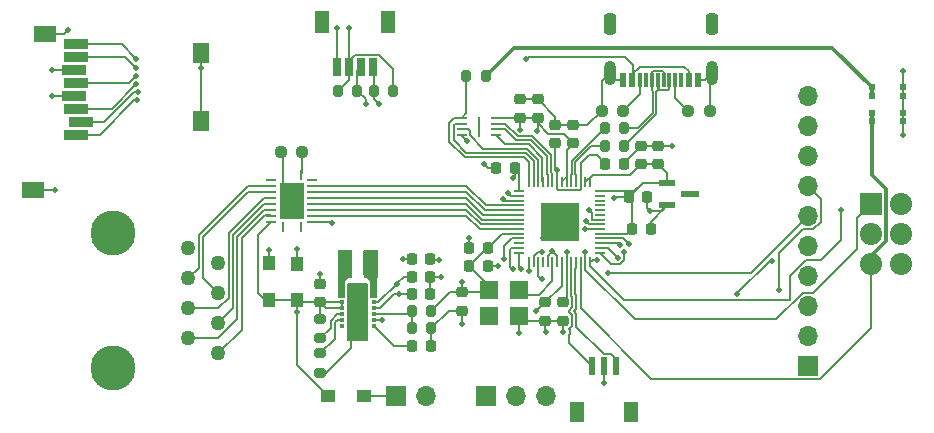
<source format=gbr>
%TF.GenerationSoftware,KiCad,Pcbnew,8.0.2*%
%TF.CreationDate,2024-06-01T22:09:34-05:00*%
%TF.ProjectId,GP2040-RE,47503230-3430-42d5-9245-2e6b69636164,rev?*%
%TF.SameCoordinates,Original*%
%TF.FileFunction,Copper,L1,Top*%
%TF.FilePolarity,Positive*%
%FSLAX46Y46*%
G04 Gerber Fmt 4.6, Leading zero omitted, Abs format (unit mm)*
G04 Created by KiCad (PCBNEW 8.0.2) date 2024-06-01 22:09:34*
%MOMM*%
%LPD*%
G01*
G04 APERTURE LIST*
G04 Aperture macros list*
%AMRoundRect*
0 Rectangle with rounded corners*
0 $1 Rounding radius*
0 $2 $3 $4 $5 $6 $7 $8 $9 X,Y pos of 4 corners*
0 Add a 4 corners polygon primitive as box body*
4,1,4,$2,$3,$4,$5,$6,$7,$8,$9,$2,$3,0*
0 Add four circle primitives for the rounded corners*
1,1,$1+$1,$2,$3*
1,1,$1+$1,$4,$5*
1,1,$1+$1,$6,$7*
1,1,$1+$1,$8,$9*
0 Add four rect primitives between the rounded corners*
20,1,$1+$1,$2,$3,$4,$5,0*
20,1,$1+$1,$4,$5,$6,$7,0*
20,1,$1+$1,$6,$7,$8,$9,0*
20,1,$1+$1,$8,$9,$2,$3,0*%
G04 Aperture macros list end*
%TA.AperFunction,Conductor*%
%ADD10C,0.200000*%
%TD*%
%TA.AperFunction,EtchedComponent*%
%ADD11C,0.000000*%
%TD*%
%TA.AperFunction,SMDPad,CuDef*%
%ADD12RoundRect,0.225000X-0.225000X-0.250000X0.225000X-0.250000X0.225000X0.250000X-0.225000X0.250000X0*%
%TD*%
%TA.AperFunction,SMDPad,CuDef*%
%ADD13R,1.397000X1.803400*%
%TD*%
%TA.AperFunction,SMDPad,CuDef*%
%ADD14R,1.905000X1.397000*%
%TD*%
%TA.AperFunction,SMDPad,CuDef*%
%ADD15R,2.006600X0.812800*%
%TD*%
%TA.AperFunction,SMDPad,CuDef*%
%ADD16RoundRect,0.200000X-0.200000X-0.275000X0.200000X-0.275000X0.200000X0.275000X-0.200000X0.275000X0*%
%TD*%
%TA.AperFunction,ComponentPad*%
%ADD17R,1.700000X1.700000*%
%TD*%
%TA.AperFunction,ComponentPad*%
%ADD18O,1.700000X1.700000*%
%TD*%
%TA.AperFunction,SMDPad,CuDef*%
%ADD19RoundRect,0.200000X-0.275000X0.200000X-0.275000X-0.200000X0.275000X-0.200000X0.275000X0.200000X0*%
%TD*%
%TA.AperFunction,SMDPad,CuDef*%
%ADD20RoundRect,0.225000X0.250000X-0.225000X0.250000X0.225000X-0.250000X0.225000X-0.250000X-0.225000X0*%
%TD*%
%TA.AperFunction,SMDPad,CuDef*%
%ADD21RoundRect,0.237500X0.250000X0.237500X-0.250000X0.237500X-0.250000X-0.237500X0.250000X-0.237500X0*%
%TD*%
%TA.AperFunction,SMDPad,CuDef*%
%ADD22RoundRect,0.200000X0.200000X0.275000X-0.200000X0.275000X-0.200000X-0.275000X0.200000X-0.275000X0*%
%TD*%
%TA.AperFunction,SMDPad,CuDef*%
%ADD23RoundRect,0.225000X-0.250000X0.225000X-0.250000X-0.225000X0.250000X-0.225000X0.250000X0.225000X0*%
%TD*%
%TA.AperFunction,SMDPad,CuDef*%
%ADD24R,1.143000X1.092200*%
%TD*%
%TA.AperFunction,SMDPad,CuDef*%
%ADD25RoundRect,0.225000X0.225000X0.250000X-0.225000X0.250000X-0.225000X-0.250000X0.225000X-0.250000X0*%
%TD*%
%TA.AperFunction,SMDPad,CuDef*%
%ADD26RoundRect,0.237500X-0.250000X-0.237500X0.250000X-0.237500X0.250000X0.237500X-0.250000X0.237500X0*%
%TD*%
%TA.AperFunction,SMDPad,CuDef*%
%ADD27R,0.600000X1.150000*%
%TD*%
%TA.AperFunction,SMDPad,CuDef*%
%ADD28R,0.300000X1.150000*%
%TD*%
%TA.AperFunction,ComponentPad*%
%ADD29O,1.000000X2.100000*%
%TD*%
%TA.AperFunction,ComponentPad*%
%ADD30RoundRect,0.250000X0.250000X0.650000X-0.250000X0.650000X-0.250000X-0.650000X0.250000X-0.650000X0*%
%TD*%
%TA.AperFunction,SMDPad,CuDef*%
%ADD31R,0.812800X0.177800*%
%TD*%
%TA.AperFunction,SMDPad,CuDef*%
%ADD32R,0.177800X0.812800*%
%TD*%
%TA.AperFunction,SMDPad,CuDef*%
%ADD33R,3.200400X3.200400*%
%TD*%
%TA.AperFunction,SMDPad,CuDef*%
%ADD34R,1.092200X1.143000*%
%TD*%
%TA.AperFunction,SMDPad,CuDef*%
%ADD35R,0.812800X0.254000*%
%TD*%
%TA.AperFunction,SMDPad,CuDef*%
%ADD36R,0.254000X1.651000*%
%TD*%
%TA.AperFunction,SMDPad,CuDef*%
%ADD37R,0.457200X0.304800*%
%TD*%
%TA.AperFunction,SMDPad,CuDef*%
%ADD38R,1.625600X2.895600*%
%TD*%
%TA.AperFunction,SMDPad,CuDef*%
%ADD39R,0.660400X1.549400*%
%TD*%
%TA.AperFunction,SMDPad,CuDef*%
%ADD40R,1.295400X1.905000*%
%TD*%
%TA.AperFunction,SMDPad,CuDef*%
%ADD41R,1.205600X2.362200*%
%TD*%
%TA.AperFunction,ComponentPad*%
%ADD42C,1.270000*%
%TD*%
%TA.AperFunction,ComponentPad*%
%ADD43C,3.810000*%
%TD*%
%TA.AperFunction,SMDPad,CuDef*%
%ADD44R,1.500000X1.600000*%
%TD*%
%TA.AperFunction,SMDPad,CuDef*%
%ADD45R,0.280000X0.850000*%
%TD*%
%TA.AperFunction,SMDPad,CuDef*%
%ADD46R,0.850000X0.280000*%
%TD*%
%TA.AperFunction,HeatsinkPad*%
%ADD47R,2.050000X3.049999*%
%TD*%
%TA.AperFunction,SMDPad,CuDef*%
%ADD48R,0.600000X1.550000*%
%TD*%
%TA.AperFunction,SMDPad,CuDef*%
%ADD49R,1.200000X1.800000*%
%TD*%
%TA.AperFunction,ComponentPad*%
%ADD50R,1.875000X1.875000*%
%TD*%
%TA.AperFunction,ComponentPad*%
%ADD51C,1.875000*%
%TD*%
%TA.AperFunction,SMDPad,CuDef*%
%ADD52R,0.550000X0.550000*%
%TD*%
%TA.AperFunction,SMDPad,CuDef*%
%ADD53R,1.320800X0.558800*%
%TD*%
%TA.AperFunction,SMDPad,CuDef*%
%ADD54R,1.587500X0.558800*%
%TD*%
%TA.AperFunction,SMDPad,CuDef*%
%ADD55RoundRect,0.200000X0.275000X-0.200000X0.275000X0.200000X-0.275000X0.200000X-0.275000X-0.200000X0*%
%TD*%
%TA.AperFunction,ViaPad*%
%ADD56C,0.508000*%
%TD*%
%TA.AperFunction,Conductor*%
%ADD57C,0.177800*%
%TD*%
%TA.AperFunction,Conductor*%
%ADD58C,0.127000*%
%TD*%
%TA.AperFunction,Conductor*%
%ADD59C,0.300000*%
%TD*%
G04 APERTURE END LIST*
D10*
%TO.N,Net-(L1-Pad2)*%
X108260000Y-91500000D02*
X107650000Y-92110000D01*
X107640000Y-93420000D01*
X107230000Y-93420000D01*
X107230000Y-89510000D01*
X107250000Y-89490000D01*
X108260000Y-89490000D01*
X108260000Y-91500000D01*
%TA.AperFunction,Conductor*%
G36*
X108260000Y-91500000D02*
G01*
X107650000Y-92110000D01*
X107640000Y-93420000D01*
X107230000Y-93420000D01*
X107230000Y-89510000D01*
X107250000Y-89490000D01*
X108260000Y-89490000D01*
X108260000Y-91500000D01*
G37*
%TD.AperFunction*%
%TO.N,Net-(L1-Pad1)*%
X110370000Y-89510000D02*
X110370000Y-93420000D01*
X109960000Y-93420000D01*
X109950000Y-92110000D01*
X109340000Y-91500000D01*
X109340000Y-89490000D01*
X110350000Y-89490000D01*
X110370000Y-89510000D01*
%TA.AperFunction,Conductor*%
G36*
X110370000Y-89510000D02*
G01*
X110370000Y-93420000D01*
X109960000Y-93420000D01*
X109950000Y-92110000D01*
X109340000Y-91500000D01*
X109340000Y-89490000D01*
X110350000Y-89490000D01*
X110370000Y-89510000D01*
G37*
%TD.AperFunction*%
%TO.N,GND*%
X108012811Y-92282608D02*
X109620000Y-92282608D01*
X109620000Y-97029797D01*
X108012811Y-97029797D01*
X108012811Y-92282608D01*
%TA.AperFunction,Conductor*%
G36*
X108012811Y-92282608D02*
G01*
X109620000Y-92282608D01*
X109620000Y-97029797D01*
X108012811Y-97029797D01*
X108012811Y-92282608D01*
G37*
%TD.AperFunction*%
D11*
%TA.AperFunction,EtchedComponent*%
%TD*%
%TO.C,U4*%
G36*
X108266811Y-92892208D02*
G01*
X108472937Y-92892208D01*
X108472937Y-92282608D01*
X108726937Y-92282608D01*
X108726937Y-92892208D01*
X108933063Y-92892208D01*
X108933063Y-92282608D01*
X109187063Y-92282608D01*
X109187063Y-92892208D01*
X109393189Y-92892208D01*
X109393189Y-92282608D01*
X109647189Y-92282608D01*
X109647189Y-92892208D01*
X109642800Y-92892200D01*
X109642800Y-95787800D01*
X109647189Y-95787792D01*
X109647189Y-96397392D01*
X109393189Y-96397392D01*
X109393189Y-95787792D01*
X109187063Y-95787792D01*
X109187063Y-96397392D01*
X108933063Y-96397392D01*
X108933063Y-95787792D01*
X108726937Y-95787792D01*
X108726937Y-96397392D01*
X108472937Y-96397392D01*
X108472937Y-95787792D01*
X108266811Y-95787792D01*
X108266811Y-96397392D01*
X108012811Y-96397392D01*
X108012811Y-95787792D01*
X108017200Y-95787800D01*
X108017200Y-92892200D01*
X108012811Y-92892208D01*
X108012811Y-92282608D01*
X108266811Y-92282608D01*
X108266811Y-92892208D01*
G37*
%TD.AperFunction*%
D12*
%TO.P,C7,1*%
%TO.N,+3.3V*%
X131785000Y-84920000D03*
%TO.P,C7,2*%
%TO.N,GND*%
X133335000Y-84920000D03*
%TD*%
D13*
%TO.P,J6,9,CARD_DETECT*%
%TO.N,/CD_gpio*%
X95504000Y-72785999D03*
%TO.P,J6,10,CARD_DETECT*%
X95504000Y-78486000D03*
D14*
%TO.P,J6,11,GROUND*%
%TO.N,GND*%
X82353998Y-71185999D03*
%TO.P,J6,12,GROUND*%
X81353998Y-84336001D03*
D15*
%TO.P,J6,P1,DAT2*%
%TO.N,/D2_gpio*%
X84953998Y-79676000D03*
%TO.P,J6,P2,CD/DAT3*%
%TO.N,/D3_gpio*%
X85353997Y-78575926D03*
%TO.P,J6,P3,CMD*%
%TO.N,/CMD_gpio*%
X84953998Y-77476000D03*
%TO.P,J6,P4,VDD*%
%TO.N,+3.3V*%
X84753998Y-76375999D03*
%TO.P,J6,P5,CLK*%
%TO.N,/CLK_gpio*%
X84953998Y-75275999D03*
%TO.P,J6,P6,VSS*%
%TO.N,GND*%
X84753998Y-74175999D03*
%TO.P,J6,P7,DAT0*%
%TO.N,/D0_gpio*%
X84953998Y-73075998D03*
%TO.P,J6,P8,DAT1*%
%TO.N,/D1_gpio*%
X84953998Y-71975998D03*
%TD*%
D16*
%TO.P,R13,1*%
%TO.N,/-*%
X129715000Y-80664000D03*
%TO.P,R13,2*%
%TO.N,/D-*%
X131365000Y-80664000D03*
%TD*%
D17*
%TO.P,J5,1,Pin_1*%
%TO.N,/UART_RX*%
X119675000Y-101798000D03*
D18*
%TO.P,J5,2,Pin_2*%
%TO.N,/UART_TX*%
X122215000Y-101798000D03*
%TO.P,J5,3,Pin_3*%
%TO.N,GND*%
X124755000Y-101798000D03*
%TD*%
D19*
%TO.P,R6,1*%
%TO.N,Net-(U4-PS{slash}SYNC)*%
X105650000Y-98205000D03*
%TO.P,R6,2*%
%TO.N,GND*%
X105650000Y-99855000D03*
%TD*%
D20*
%TO.P,C11,1*%
%TO.N,+1V1*%
X125530000Y-80415000D03*
%TO.P,C11,2*%
%TO.N,GND*%
X125530000Y-78865000D03*
%TD*%
%TO.P,C18,1*%
%TO.N,/InputVoltage*%
X105650000Y-93838400D03*
%TO.P,C18,2*%
%TO.N,GND*%
X105650000Y-92288400D03*
%TD*%
D12*
%TO.P,C17,1*%
%TO.N,+3.3V*%
X113415000Y-91690000D03*
%TO.P,C17,2*%
%TO.N,GND*%
X114965000Y-91690000D03*
%TD*%
D20*
%TO.P,C10,1*%
%TO.N,+3.3V*%
X127054000Y-80415000D03*
%TO.P,C10,2*%
%TO.N,GND*%
X127054000Y-78865000D03*
%TD*%
D21*
%TO.P,R14,1*%
%TO.N,Net-(U3-OE)*%
X104102500Y-81150000D03*
%TO.P,R14,2*%
%TO.N,GND*%
X102277500Y-81150000D03*
%TD*%
D22*
%TO.P,R8,1*%
%TO.N,+3.3V*%
X115015000Y-94620000D03*
%TO.P,R8,2*%
%TO.N,Net-(U4-FB)*%
X113365000Y-94620000D03*
%TD*%
D16*
%TO.P,R12,1*%
%TO.N,/+*%
X129715000Y-79140000D03*
%TO.P,R12,2*%
%TO.N,/D+*%
X131365000Y-79140000D03*
%TD*%
D20*
%TO.P,C1,1*%
%TO.N,+3.3V*%
X122570000Y-78235000D03*
%TO.P,C1,2*%
%TO.N,GND*%
X122570000Y-76685000D03*
%TD*%
D23*
%TO.P,C9,1*%
%TO.N,+1V1*%
X126220000Y-93865000D03*
%TO.P,C9,2*%
%TO.N,GND*%
X126220000Y-95415000D03*
%TD*%
D12*
%TO.P,C15,1*%
%TO.N,Net-(U4-VINA)*%
X113425000Y-97540000D03*
%TO.P,C15,2*%
%TO.N,GND*%
X114975000Y-97540000D03*
%TD*%
D23*
%TO.P,C8,1*%
%TO.N,+3.3V*%
X124700000Y-93865000D03*
%TO.P,C8,2*%
%TO.N,GND*%
X124700000Y-95415000D03*
%TD*%
D24*
%TO.P,D5,1*%
%TO.N,/InputVoltage*%
X106283300Y-101798000D03*
%TO.P,D5,2*%
%TO.N,VCC*%
X109356700Y-101798000D03*
%TD*%
D25*
%TO.P,C4,1*%
%TO.N,+3.3V*%
X122095000Y-82480000D03*
%TO.P,C4,2*%
%TO.N,GND*%
X120545000Y-82480000D03*
%TD*%
D23*
%TO.P,C3,1*%
%TO.N,+3.3V*%
X117630000Y-93038000D03*
%TO.P,C3,2*%
%TO.N,GND*%
X117630000Y-94588000D03*
%TD*%
D26*
%TO.P,R5,1*%
%TO.N,GND*%
X129457500Y-77650000D03*
%TO.P,R5,2*%
%TO.N,Net-(J4-CC2)*%
X131282500Y-77650000D03*
%TD*%
D20*
%TO.P,C14,1*%
%TO.N,+3.3V*%
X132750000Y-82165000D03*
%TO.P,C14,2*%
%TO.N,GND*%
X132750000Y-80615000D03*
%TD*%
D12*
%TO.P,C16,1*%
%TO.N,+3.3V*%
X113415000Y-93150000D03*
%TO.P,C16,2*%
%TO.N,GND*%
X114965000Y-93150000D03*
%TD*%
D27*
%TO.P,J4,A1_B12,GND*%
%TO.N,GND*%
X137650000Y-75075000D03*
%TO.P,J4,A4_B9,VBUS*%
%TO.N,VBUS*%
X136850000Y-75075000D03*
D28*
%TO.P,J4,A5,CC1*%
%TO.N,Net-(J4-CC1)*%
X135700000Y-75075000D03*
%TO.P,J4,A6,DP1*%
%TO.N,/D+*%
X134700000Y-75075000D03*
%TO.P,J4,A7,DN1*%
%TO.N,/D-*%
X134200000Y-75075000D03*
%TO.P,J4,A8,SBU1*%
%TO.N,unconnected-(J4-SBU1-PadA8)*%
X133200000Y-75075000D03*
D27*
%TO.P,J4,B1_A12,GND*%
%TO.N,GND*%
X131250000Y-75075000D03*
%TO.P,J4,B4_A9,VBUS*%
%TO.N,VBUS*%
X132050000Y-75075000D03*
D28*
%TO.P,J4,B5,CC2*%
%TO.N,Net-(J4-CC2)*%
X132700000Y-75075000D03*
%TO.P,J4,B6,DP2*%
%TO.N,/D+*%
X133700000Y-75075000D03*
%TO.P,J4,B7,DN2*%
%TO.N,/D-*%
X135200000Y-75075000D03*
%TO.P,J4,B8,SBU2*%
%TO.N,unconnected-(J4-SBU2-PadB8)*%
X136200000Y-75075000D03*
D29*
%TO.P,J4,SH1,SHELL_GND*%
%TO.N,GND*%
X138770000Y-74500000D03*
%TO.P,J4,SH2,SHELL_GND*%
X130130000Y-74500000D03*
D30*
%TO.P,J4,SH3,SHELL_GND*%
X138770000Y-70320000D03*
%TO.P,J4,SH4,SHELL_GND*%
X130130000Y-70320000D03*
%TD*%
D17*
%TO.P,J9,1,Pin_1*%
%TO.N,VCC*%
X112088000Y-101798000D03*
D18*
%TO.P,J9,2,Pin_2*%
%TO.N,GND*%
X114628000Y-101798000D03*
%TD*%
D31*
%TO.P,U1,1,IOVDD*%
%TO.N,+3.3V*%
X122486400Y-84470000D03*
%TO.P,U1,2,GPIO0*%
%TO.N,/UART_TX*%
X122486400Y-84869999D03*
%TO.P,U1,3,GPIO1*%
%TO.N,/UART_RX*%
X122486400Y-85270001D03*
%TO.P,U1,4,GPIO2*%
%TO.N,/3v3GreenStripe*%
X122486400Y-85670000D03*
%TO.P,U1,5,GPIO3*%
%TO.N,/3v3BlueSolid*%
X122486400Y-86069999D03*
%TO.P,U1,6,GPIO4*%
%TO.N,/3v3BlueStripe*%
X122486400Y-86470001D03*
%TO.P,U1,7,GPIO5*%
%TO.N,/3v3GreenSolid*%
X122486400Y-86870000D03*
%TO.P,U1,8,GPIO6*%
%TO.N,/3v3BrownStripe*%
X122486400Y-87270000D03*
%TO.P,U1,9,GPIO7*%
%TO.N,/3v3BrownSolid*%
X122486400Y-87669999D03*
%TO.P,U1,10,IOVDD*%
%TO.N,+3.3V*%
X122486400Y-88070001D03*
%TO.P,U1,11,GPIO8*%
%TO.N,/SPI1_RX_MISO*%
X122486400Y-88470000D03*
%TO.P,U1,12,GPIO9*%
%TO.N,unconnected-(U1-GPIO9-Pad12)*%
X122486400Y-88869999D03*
%TO.P,U1,13,GPIO10*%
%TO.N,/SPI1_SCK*%
X122486400Y-89270001D03*
%TO.P,U1,14,GPIO11*%
%TO.N,/SPI1_TX_MOSI*%
X122486400Y-89670000D03*
D32*
%TO.P,U1,15,GPIO12*%
%TO.N,/Data_Command*%
X123290000Y-90473600D03*
%TO.P,U1,16,GPIO13*%
%TO.N,/RESET*%
X123689999Y-90473600D03*
%TO.P,U1,17,GPIO14*%
%TO.N,/OCS*%
X124090001Y-90473600D03*
%TO.P,U1,18,GPIO15*%
%TO.N,unconnected-(U1-GPIO15-Pad18)*%
X124490000Y-90473600D03*
%TO.P,U1,19,TESTEN*%
%TO.N,GND*%
X124889999Y-90473600D03*
%TO.P,U1,20,XIN*%
%TO.N,/XIN*%
X125290001Y-90473600D03*
%TO.P,U1,21,XOUT*%
%TO.N,GND*%
X125690000Y-90473600D03*
%TO.P,U1,22,IOVDD*%
%TO.N,+3.3V*%
X126090000Y-90473600D03*
%TO.P,U1,23,DVDD*%
%TO.N,+1V1*%
X126489999Y-90473600D03*
%TO.P,U1,24,SWCLK*%
%TO.N,/SWCLK*%
X126890001Y-90473600D03*
%TO.P,U1,25,SWDIO*%
%TO.N,/SWDIO*%
X127290000Y-90473600D03*
%TO.P,U1,26,RUN*%
%TO.N,/RUN*%
X127689999Y-90473600D03*
%TO.P,U1,27,GPIO16*%
%TO.N,/SDA_0*%
X128090001Y-90473600D03*
%TO.P,U1,28,GPIO17*%
%TO.N,/SCL_0*%
X128490000Y-90473600D03*
D31*
%TO.P,U1,29,GPIO18*%
%TO.N,/CLK_gpio*%
X129293600Y-89670000D03*
%TO.P,U1,30,GPIO19*%
%TO.N,/CMD_gpio*%
X129293600Y-89270001D03*
%TO.P,U1,31,GPIO20*%
%TO.N,/D0_gpio*%
X129293600Y-88869999D03*
%TO.P,U1,32,GPIO21*%
%TO.N,/D1_gpio*%
X129293600Y-88470000D03*
%TO.P,U1,33,IOVDD*%
%TO.N,+3.3V*%
X129293600Y-88070001D03*
%TO.P,U1,34,GPIO22*%
%TO.N,/D2_gpio*%
X129293600Y-87669999D03*
%TO.P,U1,35,GPIO23*%
%TO.N,/D3_gpio*%
X129293600Y-87270000D03*
%TO.P,U1,36,GPIO24*%
%TO.N,/CD_gpio*%
X129293600Y-86870000D03*
%TO.P,U1,37,GPIO25*%
%TO.N,unconnected-(U1-GPIO25-Pad37)*%
X129293600Y-86470001D03*
%TO.P,U1,38,GPIO26/ADC0*%
%TO.N,/SDA_1*%
X129293600Y-86069999D03*
%TO.P,U1,39,GPIO27/ADC1*%
%TO.N,/SCL_1*%
X129293600Y-85670000D03*
%TO.P,U1,40,GPIO28/ADC2*%
%TO.N,unconnected-(U1-GPIO28{slash}ADC2-Pad40)*%
X129293600Y-85270001D03*
%TO.P,U1,41,GPIO29/ADC3*%
%TO.N,unconnected-(U1-GPIO29{slash}ADC3-Pad41)*%
X129293600Y-84869999D03*
%TO.P,U1,42,IOVDD*%
%TO.N,+3.3V*%
X129293600Y-84470000D03*
D32*
%TO.P,U1,43,ADC_AVDD*%
X128490000Y-83666400D03*
%TO.P,U1,44,VREG_VIN*%
X128090001Y-83666400D03*
%TO.P,U1,45,VREG_VOUT*%
%TO.N,+1V1*%
X127689999Y-83666400D03*
%TO.P,U1,46,USB_DM*%
%TO.N,/-*%
X127290000Y-83666400D03*
%TO.P,U1,47,USB_DP*%
%TO.N,/+*%
X126890001Y-83666400D03*
%TO.P,U1,48,USB_VDD*%
%TO.N,+3.3V*%
X126489999Y-83666400D03*
%TO.P,U1,49,IOVDD*%
X126090000Y-83666400D03*
%TO.P,U1,50,DVDD*%
%TO.N,+1V1*%
X125690000Y-83666400D03*
%TO.P,U1,51,SQPI_SD3*%
%TO.N,/QSPI_SD3*%
X125290001Y-83666400D03*
%TO.P,U1,52,SQPI_SCLK*%
%TO.N,/QSPI_SCLK*%
X124889999Y-83666400D03*
%TO.P,U1,53,SQPI_SD0*%
%TO.N,/QSPI_SD0*%
X124490000Y-83666400D03*
%TO.P,U1,54,SQPI_SD2*%
%TO.N,/QSPI_SD2*%
X124090001Y-83666400D03*
%TO.P,U1,55,SQPI_SD1*%
%TO.N,/QSPI_SD1*%
X123689999Y-83666400D03*
%TO.P,U1,56,SQPI_SS_N*%
%TO.N,/QSPI_SS*%
X123290000Y-83666400D03*
D33*
%TO.P,U1,57,GND*%
%TO.N,GND*%
X125890000Y-87070000D03*
%TD*%
D16*
%TO.P,R9,1*%
%TO.N,Net-(U4-FB)*%
X113375000Y-96080000D03*
%TO.P,R9,2*%
%TO.N,GND*%
X115025000Y-96080000D03*
%TD*%
D34*
%TO.P,D4,1*%
%TO.N,/InputVoltage*%
X103650000Y-93666700D03*
%TO.P,D4,2*%
%TO.N,VBUS*%
X103650000Y-90593300D03*
%TD*%
D25*
%TO.P,C5,1*%
%TO.N,+3.3V*%
X119812000Y-89290000D03*
%TO.P,C5,2*%
%TO.N,GND*%
X118262000Y-89290000D03*
%TD*%
D17*
%TO.P,J8,1,Pin_1*%
%TO.N,GND*%
X146930000Y-99290000D03*
D18*
%TO.P,J8,2,Pin_2*%
%TO.N,+3.3V*%
X146930000Y-96750000D03*
%TO.P,J8,3,Pin_3*%
%TO.N,unconnected-(J8-Pin_3-Pad3)*%
X146930000Y-94210000D03*
%TO.P,J8,4,Pin_4*%
%TO.N,/OCS*%
X146930000Y-91670000D03*
%TO.P,J8,5,Pin_5*%
%TO.N,/RESET*%
X146930000Y-89130000D03*
%TO.P,J8,6,Pin_6*%
%TO.N,/Data_Command*%
X146930000Y-86590000D03*
%TO.P,J8,7,Pin_7*%
%TO.N,/SPI1_SCK*%
X146930000Y-84050000D03*
%TO.P,J8,8,Pin_8*%
%TO.N,/SPI1_TX_MOSI*%
X146930000Y-81510000D03*
%TO.P,J8,9,Pin_9*%
%TO.N,/SPI1_RX_MISO*%
X146930000Y-78970000D03*
%TO.P,J8,10,Pin_10*%
%TO.N,unconnected-(J8-Pin_10-Pad10)*%
X146930000Y-76430000D03*
%TD*%
D22*
%TO.P,R3,1*%
%TO.N,/SCL_0*%
X108775000Y-75946000D03*
%TO.P,R3,2*%
%TO.N,+3.3V*%
X107125000Y-75946000D03*
%TD*%
D35*
%TO.P,U2,1,~{CS}*%
%TO.N,/QSPI_SS*%
X117602200Y-78239999D03*
%TO.P,U2,2,DO(IO1)*%
%TO.N,/QSPI_SD1*%
X117602200Y-78740000D03*
%TO.P,U2,3,IO2*%
%TO.N,/QSPI_SD2*%
X117602200Y-79240000D03*
%TO.P,U2,4,GND*%
%TO.N,GND*%
X117602200Y-79740001D03*
%TO.P,U2,5,DI(IO0)*%
%TO.N,/QSPI_SD0*%
X120497800Y-79740001D03*
%TO.P,U2,6,CLK*%
%TO.N,/QSPI_SCLK*%
X120497800Y-79240000D03*
%TO.P,U2,7,IO3*%
%TO.N,/QSPI_SD3*%
X120497800Y-78740000D03*
%TO.P,U2,8,VCC*%
%TO.N,+3.3V*%
X120497800Y-78239999D03*
D36*
%TO.P,U2,9*%
%TO.N,N/C*%
X119050000Y-78990000D03*
%TD*%
D12*
%TO.P,C12,1*%
%TO.N,+1V1*%
X129765000Y-82160000D03*
%TO.P,C12,2*%
%TO.N,GND*%
X131315000Y-82160000D03*
%TD*%
D37*
%TO.P,U4,1,VINA*%
%TO.N,Net-(U4-VINA)*%
X110155001Y-95840378D03*
%TO.P,U4,2,GND*%
%TO.N,GND*%
X110155001Y-95340252D03*
%TO.P,U4,3,FB*%
%TO.N,Net-(U4-FB)*%
X110155001Y-94840126D03*
%TO.P,U4,4,VOUT*%
%TO.N,+3.3V*%
X110155001Y-94340000D03*
%TO.P,U4,5,VOUT*%
X110155001Y-93839874D03*
%TO.P,U4,6,LX2*%
%TO.N,Net-(L1-Pad1)*%
X110155001Y-93339748D03*
%TO.P,U4,7,LX2*%
X110155001Y-92839622D03*
%TO.P,U4,8,LX1*%
%TO.N,Net-(L1-Pad2)*%
X107504999Y-92839622D03*
%TO.P,U4,9,LX1*%
X107504999Y-93339748D03*
%TO.P,U4,10,VIN*%
%TO.N,/InputVoltage*%
X107504999Y-93839874D03*
%TO.P,U4,11,VIN*%
X107504999Y-94340000D03*
%TO.P,U4,12,EN*%
%TO.N,Net-(U4-EN)*%
X107504999Y-94840126D03*
%TO.P,U4,13,PS/SYNC*%
%TO.N,Net-(U4-PS{slash}SYNC)*%
X107504999Y-95340252D03*
%TO.P,U4,14,PGOOD*%
%TO.N,unconnected-(U4-PGOOD-Pad14)*%
X107504999Y-95840378D03*
D38*
%TO.P,U4,15,PGND*%
%TO.N,GND*%
X108830000Y-94340000D03*
%TD*%
D12*
%TO.P,C19,1*%
%TO.N,GND*%
X113415000Y-90230000D03*
%TO.P,C19,2*%
%TO.N,/InputVoltage*%
X114965000Y-90230000D03*
%TD*%
D39*
%TO.P,J1,1,1*%
%TO.N,/SDA_0*%
X110056250Y-73980500D03*
%TO.P,J1,2,2*%
%TO.N,/SCL_0*%
X109056249Y-73980500D03*
%TO.P,J1,3,3*%
%TO.N,+3.3V*%
X108056251Y-73980500D03*
%TO.P,J1,4,4*%
%TO.N,GND*%
X107056250Y-73980500D03*
D40*
%TO.P,J1,5*%
%TO.N,N/C*%
X105756251Y-70105499D03*
%TO.P,J1,6*%
X111356249Y-70105499D03*
%TD*%
D41*
%TO.P,L1,1,1*%
%TO.N,Net-(L1-Pad1)*%
X109929000Y-90600000D03*
%TO.P,L1,2,2*%
%TO.N,Net-(L1-Pad2)*%
X107731000Y-90600000D03*
%TD*%
D16*
%TO.P,R2,1*%
%TO.N,/SDA_0*%
X110173000Y-75946000D03*
%TO.P,R2,2*%
%TO.N,+3.3V*%
X111823000Y-75946000D03*
%TD*%
D22*
%TO.P,R1,1*%
%TO.N,Net-(R1-Pad1)*%
X119625000Y-74750000D03*
%TO.P,R1,2*%
%TO.N,/QSPI_SS*%
X117975000Y-74750000D03*
%TD*%
D12*
%TO.P,C6,1*%
%TO.N,+3.3V*%
X132045000Y-87640000D03*
%TO.P,C6,2*%
%TO.N,GND*%
X133595000Y-87640000D03*
%TD*%
D42*
%TO.P,J7,1,1*%
%TO.N,GND*%
X94462700Y-89293700D03*
%TO.P,J7,2,2*%
%TO.N,/OrangeSolid*%
X97002700Y-90563700D03*
%TO.P,J7,3,3*%
%TO.N,/GreenStripe*%
X94462700Y-91833700D03*
%TO.P,J7,4,4*%
%TO.N,/BlueSolid*%
X97002700Y-93103700D03*
%TO.P,J7,5,5*%
%TO.N,/BlueStripe*%
X94462700Y-94373700D03*
%TO.P,J7,6,6*%
%TO.N,/GreenSolid*%
X97002700Y-95643700D03*
%TO.P,J7,7,7*%
%TO.N,/BrownStripe*%
X94462700Y-96913700D03*
%TO.P,J7,8,8*%
%TO.N,/BrownSolid*%
X97002700Y-98183700D03*
D43*
%TO.P,J7,9*%
%TO.N,N/C*%
X88112700Y-88023700D03*
%TO.P,J7,10*%
X88112700Y-99453700D03*
%TD*%
D20*
%TO.P,C13,1*%
%TO.N,+3.3V*%
X134240000Y-82165000D03*
%TO.P,C13,2*%
%TO.N,GND*%
X134240000Y-80615000D03*
%TD*%
D44*
%TO.P,XTAL1,1,OE/ST/NC*%
%TO.N,unconnected-(XTAL1-OE{slash}ST{slash}NC-Pad1)*%
X119940000Y-95040000D03*
%TO.P,XTAL1,2,GND*%
%TO.N,GND*%
X122480000Y-95040000D03*
%TO.P,XTAL1,3,OUT*%
%TO.N,/XIN*%
X122480000Y-92840000D03*
%TO.P,XTAL1,4,VDD*%
%TO.N,+3.3V*%
X119940000Y-92840000D03*
%TD*%
D45*
%TO.P,U3,1,A1*%
%TO.N,unconnected-(U3-A1-Pad1)*%
X103970001Y-87514999D03*
D46*
%TO.P,U3,2,VCCA*%
%TO.N,+3.3V*%
X104945000Y-87039999D03*
%TO.P,U3,3,A2*%
%TO.N,/3v3BrownSolid*%
X104945000Y-86540000D03*
%TO.P,U3,4,A3*%
%TO.N,/3v3BrownStripe*%
X104945000Y-86040001D03*
%TO.P,U3,5,A4*%
%TO.N,/3v3GreenSolid*%
X104945000Y-85540000D03*
%TO.P,U3,6,A5*%
%TO.N,/3v3BlueStripe*%
X104945000Y-85040000D03*
%TO.P,U3,7,A6*%
%TO.N,/3v3BlueSolid*%
X104945000Y-84539999D03*
%TO.P,U3,8,A7*%
%TO.N,/3v3GreenStripe*%
X104945000Y-84040000D03*
%TO.P,U3,9,A8*%
%TO.N,unconnected-(U3-A8-Pad9)*%
X104945000Y-83540001D03*
D45*
%TO.P,U3,10,OE*%
%TO.N,Net-(U3-OE)*%
X103970001Y-83065001D03*
%TO.P,U3,11,GND*%
%TO.N,GND*%
X102469999Y-83065001D03*
D46*
%TO.P,U3,12,B8*%
%TO.N,unconnected-(U3-B8-Pad12)*%
X101495000Y-83540001D03*
%TO.P,U3,13,B7*%
%TO.N,/GreenStripe*%
X101495000Y-84040000D03*
%TO.P,U3,14,B6*%
%TO.N,/BlueSolid*%
X101495000Y-84539999D03*
%TO.P,U3,15,B5*%
%TO.N,/BlueStripe*%
X101495000Y-85040000D03*
%TO.P,U3,16,B4*%
%TO.N,/GreenSolid*%
X101495000Y-85540000D03*
%TO.P,U3,17,B3*%
%TO.N,/BrownStripe*%
X101495000Y-86040001D03*
%TO.P,U3,18,B2*%
%TO.N,/BrownSolid*%
X101495000Y-86540000D03*
%TO.P,U3,19,VCCB*%
%TO.N,/InputVoltage*%
X101495000Y-87039999D03*
D45*
%TO.P,U3,20,B1*%
%TO.N,unconnected-(U3-B1-Pad20)*%
X102469999Y-87514999D03*
D47*
%TO.P,U3,21,EPAD*%
%TO.N,GND*%
X103220000Y-85290000D03*
%TD*%
D25*
%TO.P,C20,1*%
%TO.N,GND*%
X119810000Y-90788000D03*
%TO.P,C20,2*%
%TO.N,+3.3V*%
X118260000Y-90788000D03*
%TD*%
D48*
%TO.P,J3,1,1*%
%TO.N,/SWCLK*%
X128680000Y-99290000D03*
%TO.P,J3,2,2*%
%TO.N,GND*%
X129680000Y-99290000D03*
%TO.P,J3,3,3*%
%TO.N,/SWDIO*%
X130680000Y-99290000D03*
D49*
%TO.P,J3,S1*%
%TO.N,N/C*%
X127380000Y-103165000D03*
%TO.P,J3,S2*%
X131980000Y-103165000D03*
%TD*%
D50*
%TO.P,J2,1,1*%
%TO.N,/SDA_0*%
X152250000Y-85560000D03*
D51*
%TO.P,J2,2,2*%
%TO.N,/SCL_0*%
X154790000Y-85560000D03*
%TO.P,J2,3,3*%
%TO.N,+3.3V*%
X152250000Y-88100000D03*
%TO.P,J2,4,4*%
%TO.N,GND*%
X154790000Y-88100000D03*
%TO.P,J2,5,5*%
%TO.N,/RUN*%
X152250000Y-90640000D03*
%TO.P,J2,6,6*%
%TO.N,VCC*%
X154790000Y-90640000D03*
%TD*%
D52*
%TO.P,S1,A1*%
%TO.N,GND*%
X154975000Y-76425000D03*
%TO.P,S1,A2*%
X154975000Y-75675000D03*
%TO.P,S1,B1*%
%TO.N,Net-(R1-Pad1)*%
X152325000Y-76425000D03*
%TO.P,S1,B2*%
X152325000Y-75675000D03*
%TD*%
%TO.P,S2,A1*%
%TO.N,GND*%
X154973000Y-78553000D03*
%TO.P,S2,A2*%
X154973000Y-77803000D03*
%TO.P,S2,B1*%
%TO.N,/RUN*%
X152323000Y-78553000D03*
%TO.P,S2,B2*%
X152323000Y-77803000D03*
%TD*%
D53*
%TO.P,R11,1*%
%TO.N,+3.3V*%
X135004000Y-83769999D03*
%TO.P,R11,2*%
%TO.N,GND*%
X135004000Y-85670001D03*
D54*
%TO.P,R11,3*%
%TO.N,N/C*%
X136902650Y-84720000D03*
%TD*%
D20*
%TO.P,C2,1*%
%TO.N,+3.3V*%
X124030000Y-78235000D03*
%TO.P,C2,2*%
%TO.N,GND*%
X124030000Y-76685000D03*
%TD*%
D34*
%TO.P,D3,1*%
%TO.N,/InputVoltage*%
X101320000Y-93656700D03*
%TO.P,D3,2*%
%TO.N,/OrangeSolid*%
X101320000Y-90583300D03*
%TD*%
D55*
%TO.P,R7,1*%
%TO.N,Net-(U4-EN)*%
X105650000Y-96895000D03*
%TO.P,R7,2*%
%TO.N,/InputVoltage*%
X105650000Y-95245000D03*
%TD*%
D26*
%TO.P,R4,1*%
%TO.N,Net-(J4-CC1)*%
X136767500Y-77650000D03*
%TO.P,R4,2*%
%TO.N,GND*%
X138592500Y-77650000D03*
%TD*%
D56*
%TO.N,GND*%
X133560000Y-86130000D03*
X82890000Y-74170000D03*
X120690000Y-90800000D03*
X135430000Y-80630000D03*
X124560000Y-86990000D03*
X102530000Y-86500000D03*
X119480000Y-82130000D03*
X108240000Y-92510000D03*
X124520000Y-88440000D03*
X107030000Y-70629300D03*
X115890000Y-91750000D03*
X110850000Y-95360826D03*
X124540000Y-85720000D03*
X108220000Y-96750000D03*
X103860000Y-86490000D03*
X126220000Y-96380000D03*
X125280000Y-89540000D03*
X154970000Y-74310000D03*
X154980000Y-79710000D03*
X103880000Y-84050000D03*
X102540000Y-84080000D03*
X112600000Y-90230000D03*
X122500000Y-96460000D03*
X117660000Y-95690000D03*
X109400000Y-92480000D03*
X109350000Y-96750000D03*
X118250000Y-88400000D03*
X84310000Y-70820000D03*
X129690000Y-100730000D03*
X105650000Y-91470000D03*
X118030967Y-80193249D03*
X124710000Y-96360000D03*
X83180000Y-84340000D03*
X125280000Y-89540000D03*
%TO.N,+3.3V*%
X121960000Y-83360000D03*
X82940000Y-76370000D03*
X106642841Y-87143541D03*
X112130000Y-92290000D03*
X122570000Y-79270000D03*
X108060000Y-70629300D03*
X117650000Y-92160000D03*
X123900000Y-94630000D03*
X112260000Y-93160000D03*
X130510000Y-85010000D03*
X124000000Y-79340000D03*
%TO.N,+1V1*%
X126490000Y-89610000D03*
X125690000Y-82660000D03*
%TO.N,/InputVoltage*%
X115670000Y-90250000D03*
X103630000Y-94670000D03*
%TO.N,VBUS*%
X103670000Y-89380000D03*
X123040000Y-73250000D03*
%TO.N,/SDA_0*%
X110600000Y-77070000D03*
X128060000Y-89630000D03*
%TO.N,/SCL_0*%
X149720000Y-86090000D03*
X109530000Y-77100000D03*
X129060000Y-90280000D03*
%TO.N,/OrangeSolid*%
X101270000Y-89430000D03*
%TO.N,/D2_gpio*%
X128060000Y-87660000D03*
X90140658Y-76737304D03*
%TO.N,/D0_gpio*%
X131009300Y-89000000D03*
X90008191Y-74020700D03*
%TO.N,/D1_gpio*%
X90070000Y-73240000D03*
X131750000Y-88930000D03*
%TO.N,/CLK_gpio*%
X131330000Y-89610000D03*
X89993765Y-74706350D03*
%TO.N,/D3_gpio*%
X128100000Y-86960000D03*
X90228458Y-76057145D03*
%TO.N,/CMD_gpio*%
X130800000Y-90090000D03*
X90038250Y-75398247D03*
%TO.N,/CD_gpio*%
X95504000Y-74047500D03*
X128392572Y-86098360D03*
%TO.N,/OCS*%
X124380000Y-91921900D03*
%TO.N,/Data_Command*%
X123330000Y-91240000D03*
X129990000Y-91390700D03*
%TO.N,/SPI1_RX_MISO*%
X143920000Y-90349300D03*
X121219300Y-90170000D03*
X140930000Y-93153800D03*
%TO.N,/SPI1_SCK*%
X144480000Y-92798200D03*
X121974635Y-91084477D03*
%TO.N,/SPI1_TX_MOSI*%
X122660000Y-91060000D03*
%TO.N,/RESET*%
X124380000Y-89610000D03*
%TO.N,/UART_TX*%
X121536682Y-84628915D03*
%TO.N,/UART_RX*%
X121090000Y-85149300D03*
%TD*%
D57*
%TO.N,GND*%
X125530000Y-78185000D02*
X125530000Y-78865000D01*
X134240000Y-80615000D02*
X135415000Y-80615000D01*
X82895999Y-74175999D02*
X82890000Y-74170000D01*
X108220000Y-97760000D02*
X108220000Y-96750000D01*
X138592500Y-77650000D02*
X138592500Y-74677500D01*
X126220000Y-95415000D02*
X124700000Y-95415000D01*
X124030000Y-76685000D02*
X125530000Y-78185000D01*
X154975000Y-75675000D02*
X154975000Y-74315000D01*
X107030000Y-70629300D02*
X107056250Y-70655550D01*
X124889999Y-89930001D02*
X125280000Y-89540000D01*
X124700000Y-95415000D02*
X124700000Y-96350000D01*
X114965000Y-91690000D02*
X115830000Y-91690000D01*
X131315000Y-82050000D02*
X132750000Y-80615000D01*
X154973000Y-79703000D02*
X154980000Y-79710000D01*
X117602200Y-79764482D02*
X117602200Y-79740001D01*
X133335000Y-84920000D02*
X133335000Y-85905000D01*
X114975000Y-97540000D02*
X114975000Y-96130000D01*
X132750000Y-80615000D02*
X134240000Y-80615000D01*
X81353998Y-84336001D02*
X83176001Y-84336001D01*
X83944001Y-71185999D02*
X84310000Y-70820000D01*
X102469999Y-84009999D02*
X102540000Y-84080000D01*
X107056250Y-70655550D02*
X107056250Y-73980500D01*
X83176001Y-84336001D02*
X83180000Y-84340000D01*
X102469999Y-81342499D02*
X102277500Y-81150000D01*
X130705000Y-75075000D02*
X130130000Y-74500000D01*
X129457500Y-77650000D02*
X129457500Y-75172500D01*
X122480000Y-96440000D02*
X122500000Y-96460000D01*
X128242500Y-78865000D02*
X129457500Y-77650000D01*
X135004000Y-85670001D02*
X134544001Y-86130000D01*
X126220000Y-95415000D02*
X126220000Y-96380000D01*
X102469999Y-83065001D02*
X102469999Y-84009999D01*
X131315000Y-82160000D02*
X131315000Y-82050000D01*
X116542000Y-94588000D02*
X117630000Y-94588000D01*
X135415000Y-80615000D02*
X135430000Y-80630000D01*
X110829426Y-95340252D02*
X110850000Y-95360826D01*
X154975000Y-74315000D02*
X154970000Y-74310000D01*
X82353998Y-71185999D02*
X83944001Y-71185999D01*
X106125000Y-99855000D02*
X108220000Y-97760000D01*
X124700000Y-95415000D02*
X122855000Y-95415000D01*
X114975000Y-96130000D02*
X115025000Y-96080000D01*
X102540000Y-84080000D02*
X102469999Y-84150001D01*
X134544001Y-86130000D02*
X133560000Y-86130000D01*
X124889999Y-90473600D02*
X124889999Y-89930001D01*
X154973000Y-78553000D02*
X154973000Y-75677000D01*
X118030967Y-80193249D02*
X117602200Y-79764482D01*
X127054000Y-78865000D02*
X128242500Y-78865000D01*
X110155001Y-95340252D02*
X110829426Y-95340252D01*
X118262000Y-89290000D02*
X118262000Y-88412000D01*
X124700000Y-96350000D02*
X124710000Y-96360000D01*
X120545000Y-82480000D02*
X119830000Y-82480000D01*
X102469999Y-84150001D02*
X102469999Y-84539999D01*
X129457500Y-75172500D02*
X130130000Y-74500000D01*
X115830000Y-91690000D02*
X115890000Y-91750000D01*
X119830000Y-82480000D02*
X119480000Y-82130000D01*
X154973000Y-75677000D02*
X154975000Y-75675000D01*
X84753998Y-74175999D02*
X82895999Y-74175999D01*
X117630000Y-95660000D02*
X117660000Y-95690000D01*
X122480000Y-95040000D02*
X122480000Y-96440000D01*
X133595000Y-87640000D02*
X133595000Y-87079001D01*
X114965000Y-93150000D02*
X114965000Y-91690000D01*
X138592500Y-74677500D02*
X138770000Y-74500000D01*
X129680000Y-99290000D02*
X129680000Y-100720000D01*
X131250000Y-75075000D02*
X130705000Y-75075000D01*
X125280000Y-89540000D02*
X125690000Y-89950000D01*
X125690000Y-89950000D02*
X125690000Y-90473600D01*
X115025000Y-96080000D02*
X115050000Y-96080000D01*
X129680000Y-100720000D02*
X129690000Y-100730000D01*
X154973000Y-78553000D02*
X154973000Y-79703000D01*
X137650000Y-75075000D02*
X138195000Y-75075000D01*
X118262000Y-88412000D02*
X118250000Y-88400000D01*
X102469999Y-84539999D02*
X103220000Y-85290000D01*
X122570000Y-76685000D02*
X124030000Y-76685000D01*
X120678000Y-90788000D02*
X120690000Y-90800000D01*
X122855000Y-95415000D02*
X122480000Y-95040000D01*
X133335000Y-85905000D02*
X133560000Y-86130000D01*
X119810000Y-90788000D02*
X120678000Y-90788000D01*
X113415000Y-90230000D02*
X112600000Y-90230000D01*
X138195000Y-75075000D02*
X138770000Y-74500000D01*
X117630000Y-94588000D02*
X117630000Y-95660000D01*
X105650000Y-99855000D02*
X106125000Y-99855000D01*
X105650000Y-92288400D02*
X105650000Y-91470000D01*
X133595000Y-87079001D02*
X135004000Y-85670001D01*
X115050000Y-96080000D02*
X116542000Y-94588000D01*
X125530000Y-78865000D02*
X127054000Y-78865000D01*
X102469999Y-83065001D02*
X102469999Y-81342499D01*
%TO.N,+3.3V*%
X112130000Y-92271275D02*
X112711275Y-91690000D01*
X122095000Y-82480000D02*
X122095000Y-83225000D01*
X131785000Y-84920000D02*
X130600000Y-84920000D01*
X110155001Y-94340000D02*
X110680000Y-94340000D01*
X131335000Y-84470000D02*
X129293600Y-84470000D01*
X126489999Y-83666400D02*
X126489999Y-83230000D01*
X119812000Y-89290000D02*
X119758000Y-89290000D01*
X119758000Y-89290000D02*
X118260000Y-90788000D01*
X132045000Y-85180000D02*
X131785000Y-84920000D01*
X122486400Y-88070001D02*
X121031999Y-88070001D01*
X123900000Y-94630000D02*
X123935000Y-94630000D01*
X134240000Y-82165000D02*
X132750000Y-82165000D01*
X111870000Y-93150000D02*
X112250000Y-93150000D01*
X108060000Y-70629300D02*
X108056251Y-70633049D01*
X124030000Y-78235000D02*
X124030000Y-78685000D01*
X126489999Y-80979001D02*
X127054000Y-80415000D01*
X131785000Y-84920000D02*
X132935001Y-83769999D01*
X131785000Y-84920000D02*
X131335000Y-84470000D01*
X124030000Y-78235000D02*
X124030000Y-79310000D01*
X124935000Y-79590000D02*
X126229000Y-79590000D01*
X115015000Y-94620000D02*
X116597000Y-93038000D01*
X132235000Y-84470000D02*
X129293600Y-84470000D01*
X124030000Y-78685000D02*
X124935000Y-79590000D01*
X135004000Y-82929000D02*
X134240000Y-82165000D01*
X135004000Y-83769999D02*
X135004000Y-82929000D01*
X126090000Y-83629999D02*
X126489999Y-83230000D01*
X132045000Y-87640000D02*
X131614999Y-88070001D01*
X128686401Y-83070000D02*
X128090001Y-83666400D01*
X126489999Y-83230000D02*
X126489999Y-80979001D01*
X108056251Y-70633049D02*
X108056251Y-73980500D01*
X122505000Y-78235000D02*
X122500001Y-78239999D01*
X117630000Y-92180000D02*
X117650000Y-92160000D01*
X112130000Y-92290000D02*
X112130000Y-92271275D01*
X111823000Y-75946000D02*
X111823000Y-74108950D01*
X122486400Y-82871400D02*
X122095000Y-82480000D01*
X130600000Y-84920000D02*
X130510000Y-85010000D01*
X112711275Y-91690000D02*
X113415000Y-91690000D01*
X84753998Y-76375999D02*
X82945999Y-76375999D01*
X108056251Y-73423749D02*
X108056251Y-73980500D01*
X122570000Y-78235000D02*
X122505000Y-78235000D01*
X122486400Y-84470000D02*
X122486400Y-82871400D01*
X124700000Y-93865000D02*
X126090000Y-92475000D01*
X124030000Y-78235000D02*
X122570000Y-78235000D01*
X132750000Y-82165000D02*
X131845000Y-83070000D01*
X110634050Y-72920000D02*
X108560000Y-72920000D01*
X110155001Y-93839874D02*
X110561401Y-93839874D01*
X110680000Y-94340000D02*
X111870000Y-93150000D01*
X112260000Y-93160000D02*
X112270000Y-93150000D01*
X112270000Y-93150000D02*
X113415000Y-93150000D01*
X82945999Y-76375999D02*
X82940000Y-76370000D01*
X104945000Y-87039999D02*
X106539299Y-87039999D01*
X126090000Y-83666400D02*
X126090000Y-83629999D01*
X110561401Y-93839874D02*
X112111275Y-92290000D01*
X124030000Y-79310000D02*
X124000000Y-79340000D01*
X117630000Y-93038000D02*
X117630000Y-92180000D01*
X131614999Y-88070001D02*
X129293600Y-88070001D01*
X107125000Y-75946000D02*
X108056251Y-75014749D01*
X126229000Y-79590000D02*
X127054000Y-80415000D01*
X119742000Y-93038000D02*
X119940000Y-92840000D01*
X121031999Y-88070001D02*
X119812000Y-89290000D01*
X119940000Y-92468000D02*
X118260000Y-90788000D01*
X132045000Y-87640000D02*
X132045000Y-85180000D01*
X108056251Y-75014749D02*
X108056251Y-73980500D01*
X117630000Y-93038000D02*
X119742000Y-93038000D01*
X119940000Y-92840000D02*
X119940000Y-92468000D01*
X112250000Y-93150000D02*
X112260000Y-93160000D01*
X122570000Y-78235000D02*
X122570000Y-79270000D01*
X122095000Y-83225000D02*
X121960000Y-83360000D01*
X123935000Y-94630000D02*
X124700000Y-93865000D01*
X122500001Y-78239999D02*
X120497800Y-78239999D01*
X132935001Y-83769999D02*
X135004000Y-83769999D01*
X112111275Y-92290000D02*
X112130000Y-92290000D01*
X132935001Y-83769999D02*
X132235000Y-84470000D01*
X108560000Y-72920000D02*
X108056251Y-73423749D01*
X116597000Y-93038000D02*
X117630000Y-93038000D01*
X131845000Y-83070000D02*
X128686401Y-83070000D01*
X106539299Y-87039999D02*
X106642841Y-87143541D01*
X111823000Y-74108950D02*
X110634050Y-72920000D01*
X126090000Y-92475000D02*
X126090000Y-90473600D01*
%TO.N,+1V1*%
X128360000Y-81430000D02*
X129035000Y-81430000D01*
X125530000Y-82500000D02*
X125530000Y-80415000D01*
X125734400Y-84339500D02*
X127645600Y-84339500D01*
X127645600Y-84339500D02*
X127689999Y-84295101D01*
X129035000Y-81430000D02*
X129765000Y-82160000D01*
X127689999Y-83666400D02*
X127689999Y-82100001D01*
X126220000Y-93865000D02*
X126489999Y-93595001D01*
X125690000Y-83666400D02*
X125690000Y-84295100D01*
X125690000Y-82660000D02*
X125530000Y-82500000D01*
X126489999Y-93595001D02*
X126489999Y-90473600D01*
X127689999Y-82100001D02*
X128360000Y-81430000D01*
X126489999Y-90473600D02*
X126489999Y-89610001D01*
X125690000Y-84295100D02*
X125734400Y-84339500D01*
X127689999Y-84295101D02*
X127689999Y-83666400D01*
X125690000Y-83666400D02*
X125690000Y-82660000D01*
X126489999Y-89610001D02*
X126490000Y-89610000D01*
%TO.N,Net-(U4-VINA)*%
X113425000Y-97540000D02*
X111854623Y-97540000D01*
X111854623Y-97540000D02*
X110155001Y-95840378D01*
%TO.N,/BrownSolid*%
X98971200Y-96215200D02*
X97002700Y-98183700D01*
X98971200Y-88469682D02*
X98971200Y-96215200D01*
X100994181Y-86446701D02*
X98971200Y-88469682D01*
X101401701Y-86446701D02*
X100994181Y-86446701D01*
X101495000Y-86540000D02*
X101401701Y-86446701D01*
%TO.N,/InputVoltage*%
X103640000Y-93656700D02*
X103650000Y-93666700D01*
X115670000Y-90250000D02*
X114985000Y-90250000D01*
X100380200Y-88154799D02*
X100380200Y-93071224D01*
X103766700Y-93666700D02*
X103938400Y-93838400D01*
X107503525Y-93838400D02*
X107504999Y-93839874D01*
X103650000Y-93666700D02*
X103766700Y-93666700D01*
X105650000Y-93838400D02*
X105650000Y-95245000D01*
X101495000Y-87039999D02*
X100380200Y-88154799D01*
X103630000Y-94670000D02*
X103650000Y-94650000D01*
X101320000Y-93656700D02*
X103640000Y-93656700D01*
X105650000Y-93838400D02*
X107503525Y-93838400D01*
X100975676Y-93666700D02*
X103650000Y-93666700D01*
X103938400Y-93838400D02*
X105650000Y-93838400D01*
X107504999Y-94340000D02*
X106151600Y-94340000D01*
X103650000Y-94690000D02*
X103630000Y-94670000D01*
X114985000Y-90250000D02*
X114965000Y-90230000D01*
X107504999Y-93839874D02*
X107504999Y-94340000D01*
X106283300Y-101798000D02*
X103650000Y-99164700D01*
X106151600Y-94340000D02*
X105650000Y-93838400D01*
X103650000Y-94650000D02*
X103650000Y-93666700D01*
X100380200Y-93071224D02*
X100975676Y-93666700D01*
X103650000Y-99164700D02*
X103650000Y-94690000D01*
%TO.N,VBUS*%
X136850000Y-74322200D02*
X136456300Y-73928500D01*
X132100900Y-73770900D02*
X132100900Y-75024100D01*
X103670000Y-89380000D02*
X103670000Y-90573300D01*
X103670000Y-90573300D02*
X103650000Y-90593300D01*
X123220000Y-73070000D02*
X131400000Y-73070000D01*
X131400000Y-73070000D02*
X132100900Y-73770900D01*
X123040000Y-73250000D02*
X123220000Y-73070000D01*
X136850000Y-75075000D02*
X136850000Y-74322200D01*
X132698200Y-73928500D02*
X132050000Y-74576700D01*
X132100900Y-75024100D02*
X132050000Y-75075000D01*
X132050000Y-74576700D02*
X132050000Y-75075000D01*
X136456300Y-73928500D02*
X132698200Y-73928500D01*
%TO.N,/SDA_0*%
X128090001Y-91102301D02*
X132314400Y-95326700D01*
X110173000Y-76643000D02*
X110600000Y-77070000D01*
X110173000Y-74097250D02*
X110056250Y-73980500D01*
X128090001Y-90473600D02*
X128090001Y-91102301D01*
X128060000Y-89630000D02*
X128060000Y-90443599D01*
X132314400Y-95326700D02*
X144234047Y-95326700D01*
X128060000Y-90443599D02*
X128090001Y-90473600D01*
X144234047Y-95326700D02*
X146467447Y-93093300D01*
X110173000Y-75946000D02*
X110173000Y-74097250D01*
X110173000Y-75946000D02*
X110173000Y-76643000D01*
X146467447Y-93093300D02*
X147326700Y-93093300D01*
X147326700Y-93093300D02*
X151045800Y-89374200D01*
X151045800Y-86764200D02*
X152250000Y-85560000D01*
X151045800Y-89374200D02*
X151045800Y-86764200D01*
%TO.N,/SCL_0*%
X108775000Y-75946000D02*
X108775000Y-74261749D01*
X109530000Y-76701000D02*
X108775000Y-75946000D01*
X146720747Y-90300000D02*
X148030200Y-90300000D01*
X148030200Y-90300000D02*
X149720000Y-88610200D01*
X109530000Y-77100000D02*
X109530000Y-76701000D01*
X128490000Y-90791100D02*
X131388900Y-93690000D01*
X145367853Y-93690000D02*
X145367853Y-91652894D01*
X128490000Y-90473600D02*
X128490000Y-90791100D01*
X145367853Y-91652894D02*
X146720747Y-90300000D01*
X131388900Y-93690000D02*
X145367853Y-93690000D01*
X108775000Y-74261749D02*
X109056249Y-73980500D01*
X128683600Y-90280000D02*
X128490000Y-90473600D01*
X149720000Y-88610200D02*
X149720000Y-86090000D01*
X129060000Y-90280000D02*
X128683600Y-90280000D01*
%TO.N,/SWDIO*%
X130680000Y-99290000D02*
X130680000Y-98681600D01*
X127124498Y-94640000D02*
X127317300Y-94447198D01*
X129638300Y-98248300D02*
X127317300Y-95927300D01*
X130246700Y-98248300D02*
X129638300Y-98248300D01*
X127201199Y-93166701D02*
X127201199Y-91088207D01*
X130680000Y-98681600D02*
X130246700Y-98248300D01*
X127317300Y-94447198D02*
X127317300Y-93282802D01*
X127317300Y-93282802D02*
X127201199Y-93166701D01*
X127201199Y-91088207D02*
X127290000Y-90999406D01*
X127290000Y-90999406D02*
X127290000Y-90473600D01*
X127317300Y-94832802D02*
X127124498Y-94640000D01*
X127317300Y-95927300D02*
X127317300Y-94832802D01*
%TO.N,/SWCLK*%
X126693993Y-96117611D02*
X126961700Y-95849904D01*
X126845599Y-93313995D02*
X126845599Y-90518002D01*
X126961700Y-95849904D02*
X126961700Y-94980096D01*
X126845599Y-90518002D02*
X126890001Y-90473600D01*
X126740700Y-96164318D02*
X126693993Y-96117611D01*
X126690000Y-94708396D02*
X126690000Y-94571604D01*
X128680000Y-99290000D02*
X126690000Y-97300000D01*
X126961700Y-93430096D02*
X126845599Y-93313995D01*
X126690000Y-96646382D02*
X126740700Y-96595682D01*
X126740700Y-96595682D02*
X126740700Y-96164318D01*
X126690000Y-97300000D02*
X126690000Y-96646382D01*
X126961700Y-94299904D02*
X126961700Y-93430096D01*
X126690000Y-94571604D02*
X126961700Y-94299904D01*
X126961700Y-94980096D02*
X126690000Y-94708396D01*
D58*
%TO.N,/D-*%
X134200000Y-75075000D02*
X134200000Y-75937501D01*
X135091300Y-75891300D02*
X134432600Y-75891300D01*
X134077000Y-77952000D02*
X131365000Y-80664000D01*
X135200000Y-75782600D02*
X135091300Y-75891300D01*
X134432600Y-75891300D02*
X134200000Y-75658700D01*
X135200000Y-75075000D02*
X135200000Y-75782600D01*
X134077000Y-76060501D02*
X134077000Y-77952000D01*
X134200000Y-75658700D02*
X134200000Y-75075000D01*
X134200000Y-75937501D02*
X134077000Y-76060501D01*
%TO.N,/D+*%
X133700000Y-74367400D02*
X133700000Y-75075000D01*
X134700000Y-74367400D02*
X134591300Y-74258700D01*
X133808700Y-74258700D02*
X133700000Y-74367400D01*
X134591300Y-74258700D02*
X133808700Y-74258700D01*
X134700000Y-75075000D02*
X134700000Y-74367400D01*
X133700000Y-75937501D02*
X133823000Y-76060501D01*
X133700000Y-75075000D02*
X133700000Y-75937501D01*
X133823000Y-77846789D02*
X132529789Y-79140000D01*
X133823000Y-76060501D02*
X133823000Y-77846789D01*
X132529789Y-79140000D02*
X131365000Y-79140000D01*
D57*
%TO.N,/GreenStripe*%
X101495000Y-84040000D02*
X99500000Y-84040000D01*
X99500000Y-84040000D02*
X95364400Y-88175600D01*
X95364400Y-88175600D02*
X95364400Y-90932000D01*
X95364400Y-90932000D02*
X94462700Y-91833700D01*
%TO.N,/GreenSolid*%
X98260000Y-88175094D02*
X98260000Y-94386400D01*
X100895094Y-85540000D02*
X98260000Y-88175094D01*
X101495000Y-85540000D02*
X100895094Y-85540000D01*
X98260000Y-94386400D02*
X97002700Y-95643700D01*
%TO.N,/BlueStripe*%
X97904400Y-88027800D02*
X97904400Y-93477197D01*
X97007897Y-94373700D02*
X94462700Y-94373700D01*
X100892200Y-85040000D02*
X97904400Y-88027800D01*
X101495000Y-85040000D02*
X100892200Y-85040000D01*
X97904400Y-93477197D02*
X97007897Y-94373700D01*
%TO.N,/OrangeSolid*%
X101270000Y-89430000D02*
X101270000Y-90533300D01*
X101270000Y-90533300D02*
X101320000Y-90583300D01*
%TO.N,/BlueSolid*%
X95720000Y-88322894D02*
X95720000Y-91821000D01*
X101495000Y-84539999D02*
X99502895Y-84539999D01*
X95720000Y-91821000D02*
X97002700Y-93103700D01*
X99502895Y-84539999D02*
X95720000Y-88322894D01*
%TO.N,/BrownStripe*%
X98615600Y-88322388D02*
X98615600Y-95305997D01*
X98615600Y-95305997D02*
X97007897Y-96913700D01*
X97007897Y-96913700D02*
X94462700Y-96913700D01*
X101495000Y-86040001D02*
X100897987Y-86040001D01*
X100897987Y-86040001D02*
X98615600Y-88322388D01*
%TO.N,/D2_gpio*%
X90140658Y-76737304D02*
X89882696Y-76737304D01*
X128060000Y-87660000D02*
X129283601Y-87660000D01*
X89882696Y-76737304D02*
X86944000Y-79676000D01*
X129283601Y-87660000D02*
X129293600Y-87669999D01*
X86944000Y-79676000D02*
X84953998Y-79676000D01*
%TO.N,/D0_gpio*%
X130879299Y-88869999D02*
X129293600Y-88869999D01*
X89063489Y-73075998D02*
X84953998Y-73075998D01*
X90008191Y-74020700D02*
X89063489Y-73075998D01*
X131009300Y-89000000D02*
X130879299Y-88869999D01*
%TO.N,/D1_gpio*%
X129293600Y-88470000D02*
X131290000Y-88470000D01*
X131290000Y-88470000D02*
X131750000Y-88930000D01*
X90070000Y-73240000D02*
X88805998Y-71975998D01*
X88805998Y-71975998D02*
X84953998Y-71975998D01*
%TO.N,/CLK_gpio*%
X89993765Y-74706350D02*
X89424116Y-75275999D01*
X131330000Y-89610000D02*
X131330000Y-90296382D01*
X131015682Y-90610700D02*
X130234300Y-90610700D01*
X130234300Y-90610700D02*
X129293600Y-89670000D01*
X89424116Y-75275999D02*
X84953998Y-75275999D01*
X131330000Y-90296382D02*
X131015682Y-90610700D01*
%TO.N,/D3_gpio*%
X129293600Y-87270000D02*
X128410000Y-87270000D01*
X87364074Y-78575926D02*
X85353997Y-78575926D01*
X89882855Y-76057145D02*
X87364074Y-78575926D01*
X128410000Y-87270000D02*
X128100000Y-86960000D01*
X90228458Y-76057145D02*
X89882855Y-76057145D01*
%TO.N,/CMD_gpio*%
X90038250Y-75398247D02*
X87960497Y-77476000D01*
X87960497Y-77476000D02*
X84953998Y-77476000D01*
X129980001Y-89270001D02*
X130800000Y-90090000D01*
X129293600Y-89270001D02*
X129980001Y-89270001D01*
%TO.N,/CD_gpio*%
X128620500Y-86825601D02*
X128664899Y-86870000D01*
X128392572Y-86098360D02*
X128620500Y-86326288D01*
X128620500Y-86326288D02*
X128620500Y-86825601D01*
X95504000Y-74047500D02*
X95504000Y-72785999D01*
X95504000Y-72785999D02*
X95504000Y-78486000D01*
X128664899Y-86870000D02*
X129293600Y-86870000D01*
%TO.N,/OCS*%
X124380000Y-91921900D02*
X124090001Y-91631901D01*
X124090001Y-91631901D02*
X124090001Y-90473600D01*
%TO.N,/Data_Command*%
X123330000Y-91240000D02*
X123330000Y-90513600D01*
X130000700Y-91380000D02*
X142140000Y-91380000D01*
X142140000Y-91380000D02*
X146930000Y-86590000D01*
X123330000Y-90513600D02*
X123290000Y-90473600D01*
X129990000Y-91390700D02*
X130000700Y-91380000D01*
%TO.N,/SPI1_RX_MISO*%
X121219300Y-89108399D02*
X121219300Y-90170000D01*
X140930000Y-93153800D02*
X140930000Y-93120000D01*
X121857699Y-88470000D02*
X121219300Y-89108399D01*
X122486400Y-88470000D02*
X121857699Y-88470000D01*
X143700700Y-90349300D02*
X143920000Y-90349300D01*
X140930000Y-93120000D02*
X143700700Y-90349300D01*
%TO.N,/SPI1_SCK*%
X148046700Y-87052553D02*
X148046700Y-85166700D01*
X144480000Y-89694147D02*
X146467447Y-87706700D01*
X121857699Y-89270001D02*
X121740000Y-89387700D01*
X146467447Y-87706700D02*
X147392553Y-87706700D01*
X121740000Y-90849842D02*
X121974635Y-91084477D01*
X122486400Y-89270001D02*
X121857699Y-89270001D01*
X144480000Y-92798200D02*
X144480000Y-89694147D01*
X148046700Y-85166700D02*
X146930000Y-84050000D01*
X121740000Y-89387700D02*
X121740000Y-90849842D01*
X147392553Y-87706700D02*
X148046700Y-87052553D01*
%TO.N,/SPI1_TX_MOSI*%
X122486400Y-90886400D02*
X122660000Y-91060000D01*
X122486400Y-89670000D02*
X122486400Y-90886400D01*
%TO.N,/RESET*%
X124044401Y-89610000D02*
X124380000Y-89610000D01*
X123689999Y-89964402D02*
X124044401Y-89610000D01*
X123689999Y-90473600D02*
X123689999Y-89964402D01*
%TO.N,/QSPI_SS*%
X116573500Y-80280995D02*
X116573500Y-78656500D01*
X117861405Y-81568900D02*
X116573500Y-80280995D01*
X117975000Y-77867199D02*
X117602200Y-78239999D01*
X123290000Y-81994470D02*
X122864430Y-81568900D01*
X116990001Y-78239999D02*
X117602200Y-78239999D01*
X123290000Y-83666400D02*
X123290000Y-81994470D01*
X117975000Y-74750000D02*
X117975000Y-77867199D01*
X116573500Y-78656500D02*
X116990001Y-78239999D01*
X122864430Y-81568900D02*
X117861405Y-81568900D01*
D59*
%TO.N,Net-(R1-Pad1)*%
X119625000Y-74750000D02*
X122055000Y-72320000D01*
X152325000Y-76425000D02*
X152325000Y-75675000D01*
X122055000Y-72320000D02*
X148970000Y-72320000D01*
X148970000Y-72320000D02*
X152325000Y-75675000D01*
D58*
%TO.N,/+*%
X126963001Y-82983799D02*
X126890001Y-83056799D01*
X126963001Y-81891999D02*
X126963001Y-82983799D01*
X126890001Y-83056799D02*
X126890001Y-83666400D01*
X129715000Y-79140000D02*
X126963001Y-81891999D01*
%TO.N,/-*%
X127217000Y-82983799D02*
X127290000Y-83056799D01*
X127217000Y-81997211D02*
X127217000Y-82983799D01*
X127290000Y-83056799D02*
X127290000Y-83666400D01*
X129715000Y-80664000D02*
X128550211Y-80664000D01*
X128550211Y-80664000D02*
X127217000Y-81997211D01*
D57*
%TO.N,Net-(U4-PS{slash}SYNC)*%
X106865600Y-96989400D02*
X105650000Y-98205000D01*
X106865600Y-95568145D02*
X106865600Y-96989400D01*
X107093493Y-95340252D02*
X106865600Y-95568145D01*
X107504999Y-95340252D02*
X107093493Y-95340252D01*
D59*
%TO.N,/RUN*%
X153515300Y-88698988D02*
X152250000Y-89964288D01*
X152323000Y-78553000D02*
X152323000Y-83102400D01*
D57*
X145813300Y-100328100D02*
X145891900Y-100406700D01*
D59*
X152323000Y-77803000D02*
X152323000Y-78553000D01*
X152323000Y-83102400D02*
X153515300Y-84294700D01*
D57*
X152250000Y-96060000D02*
X152250000Y-90640000D01*
D59*
X153515300Y-84294700D02*
X153515300Y-88698988D01*
D57*
X133648100Y-100328100D02*
X145813300Y-100328100D01*
X127689999Y-94369999D02*
X133648100Y-100328100D01*
X145891900Y-100406700D02*
X147903300Y-100406700D01*
X147903300Y-100406700D02*
X152250000Y-96060000D01*
D59*
X152250000Y-89964288D02*
X152250000Y-90640000D01*
D57*
X127689999Y-90473600D02*
X127689999Y-94369999D01*
%TO.N,/QSPI_SD1*%
X123689999Y-83666400D02*
X123689999Y-81891575D01*
X123689999Y-81891575D02*
X123011524Y-81213100D01*
X116929100Y-78846300D02*
X117035400Y-78740000D01*
X116929100Y-80133701D02*
X116929100Y-78846300D01*
X123011524Y-81213100D02*
X118008499Y-81213100D01*
X117035400Y-78740000D02*
X117602200Y-78740000D01*
X118008499Y-81213100D02*
X116929100Y-80133701D01*
%TO.N,/QSPI_SCLK*%
X124889999Y-83099275D02*
X124813700Y-83022976D01*
X124889999Y-83666400D02*
X124889999Y-83099275D01*
X123453406Y-80146300D02*
X122207024Y-80146300D01*
X122207024Y-80146300D02*
X121300724Y-79240000D01*
X124813700Y-83022976D02*
X124813700Y-81506594D01*
X121300724Y-79240000D02*
X120497800Y-79240000D01*
X124813700Y-81506594D02*
X123453406Y-80146300D01*
%TO.N,/QSPI_SD0*%
X121259699Y-80501900D02*
X120497800Y-79740001D01*
X124445601Y-81641389D02*
X123306112Y-80501900D01*
X123306112Y-80501900D02*
X121259699Y-80501900D01*
X124490000Y-83666400D02*
X124445601Y-83622001D01*
X124445601Y-83622001D02*
X124445601Y-81641389D01*
%TO.N,/QSPI_SD2*%
X124090001Y-81788683D02*
X123158818Y-80857500D01*
X123158818Y-80857500D02*
X119431600Y-80857500D01*
X119431600Y-80857500D02*
X118300000Y-79725900D01*
X118300000Y-79371001D02*
X118168999Y-79240000D01*
X118168999Y-79240000D02*
X117602200Y-79240000D01*
X124090001Y-83666400D02*
X124090001Y-81788683D01*
X118300000Y-79725900D02*
X118300000Y-79371001D01*
%TO.N,/QSPI_SD3*%
X121303618Y-78740000D02*
X120497800Y-78740000D01*
X125169300Y-81359300D02*
X123600700Y-79790700D01*
X125290001Y-82996383D02*
X125169300Y-82875682D01*
X123600700Y-79790700D02*
X122354318Y-79790700D01*
X122354318Y-79790700D02*
X121303618Y-78740000D01*
X125169300Y-82875682D02*
X125169300Y-81359300D01*
X125290001Y-83666400D02*
X125290001Y-82996383D01*
%TO.N,Net-(U4-EN)*%
X106510000Y-96035000D02*
X105650000Y-96895000D01*
X107090725Y-94840126D02*
X106510000Y-95420851D01*
X106510000Y-95420851D02*
X106510000Y-96035000D01*
X107504999Y-94840126D02*
X107090725Y-94840126D01*
%TO.N,Net-(U4-FB)*%
X113365000Y-96070000D02*
X113375000Y-96080000D01*
X110155001Y-94840126D02*
X113144874Y-94840126D01*
X113365000Y-94620000D02*
X113365000Y-96070000D01*
X113144874Y-94840126D02*
X113365000Y-94620000D01*
%TO.N,/UART_TX*%
X121777766Y-84869999D02*
X121536682Y-84628915D01*
X122486400Y-84869999D02*
X121777766Y-84869999D01*
%TO.N,/UART_RX*%
X121210701Y-85270001D02*
X121090000Y-85149300D01*
X122486400Y-85270001D02*
X121210701Y-85270001D01*
%TO.N,/XIN*%
X122860000Y-93220000D02*
X124168396Y-93220000D01*
X125290001Y-92098395D02*
X125290001Y-90473600D01*
X122480000Y-92840000D02*
X122860000Y-93220000D01*
X124168396Y-93220000D02*
X125290001Y-92098395D01*
%TO.N,VCC*%
X109356700Y-101798000D02*
X112088000Y-101798000D01*
%TO.N,Net-(U3-OE)*%
X104102500Y-81150000D02*
X104102500Y-82932502D01*
X104102500Y-82932502D02*
X103970001Y-83065001D01*
%TO.N,/3v3BlueSolid*%
X119541575Y-86069999D02*
X118011575Y-84539999D01*
X118011575Y-84539999D02*
X104945000Y-84539999D01*
X122486400Y-86069999D02*
X119541575Y-86069999D01*
%TO.N,/3v3BrownSolid*%
X122486400Y-87669999D02*
X119129999Y-87669999D01*
X118000000Y-86540000D02*
X104945000Y-86540000D01*
X119129999Y-87669999D02*
X118000000Y-86540000D01*
%TO.N,/3v3GreenStripe*%
X119644470Y-85670000D02*
X122486400Y-85670000D01*
X104945000Y-84040000D02*
X118014470Y-84040000D01*
X118014470Y-84040000D02*
X119644470Y-85670000D01*
%TO.N,/3v3BrownStripe*%
X122486400Y-87270000D02*
X119232894Y-87270000D01*
X119232894Y-87270000D02*
X118002895Y-86040001D01*
X118002895Y-86040001D02*
X104945000Y-86040001D01*
%TO.N,/3v3BlueStripe*%
X119438683Y-86470001D02*
X118008682Y-85040000D01*
X118008682Y-85040000D02*
X104945000Y-85040000D01*
X122486400Y-86470001D02*
X119438683Y-86470001D01*
%TO.N,/3v3GreenSolid*%
X119335788Y-86870000D02*
X118005788Y-85540000D01*
X122486400Y-86870000D02*
X119335788Y-86870000D01*
X118005788Y-85540000D02*
X104945000Y-85540000D01*
%TO.N,Net-(J4-CC1)*%
X135700000Y-75075000D02*
X135700000Y-76582500D01*
X135700000Y-76582500D02*
X136767500Y-77650000D01*
%TO.N,Net-(J4-CC2)*%
X132700000Y-76232500D02*
X131282500Y-77650000D01*
X132700000Y-75075000D02*
X132700000Y-76232500D01*
%TD*%
M02*

</source>
